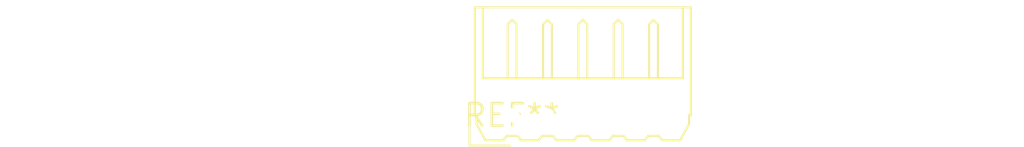
<source format=kicad_pcb>
(kicad_pcb (version 20240108) (generator pcbnew)
  (layers (0 "F.Cu" signal) (31 "B.Cu" signal) (34 "B.Paste" user) (35 "F.Paste" user) (36 "B.SilkS" user "B.Silkscreen") (37 "F.SilkS" user "F.Silkscreen") (38 "B.Mask" user) (39 "F.Mask" user) (44 "Edge.Cuts" user))
  (net 0 "")
  (footprint "Molex_Micro-Latch_53254-0570_1x05_P2.00mm_Horizontal" (layer "F.Cu") (at 0 0)
    (property "Reference" "REF**")
    (property "Value" "Molex_Micro-Latch_53254-0570_1x05_P2.00mm_Horizontal")
    (fp_line (start -2.41 1.71) (end -2.41 -0.59) (layer "F.SilkS") (stroke (width 0.12)))
    (fp_line (start -2.11 -6.11) (end 4 -6.11) (layer "F.SilkS") (stroke (width 0.12)))
    (fp_line (start -2.11 0) (end -2.11 -6.11) (layer "F.SilkS") (stroke (width 0.12)))
    (fp_line (start -2.01 0) (end -2.11 0) (layer "F.SilkS") (stroke (width 0.12)))
    (fp_line (start -2.01 0.5) (end -2.01 0) (layer "F.SilkS") (stroke (width 0.12)))
    (fp_line (start -1.66 -6.11) (end -1.66 -2.1) (layer "F.SilkS") (stroke (width 0.12)))
    (fp_line (start -1.66 -2.1) (end 9.66 -2.1) (layer "F.SilkS") (stroke (width 0.12)))
    (fp_line (start -1.51 1.41) (end -2.01 0.5) (layer "F.SilkS") (stroke (width 0.12)))
    (fp_line (start -0.5 1.41) (end -1.51 1.41) (layer "F.SilkS") (stroke (width 0.12)))
    (fp_line (start -0.3 1.16) (end -0.5 1.41) (layer "F.SilkS") (stroke (width 0.12)))
    (fp_line (start -0.3 1.16) (end 0.3 1.16) (layer "F.SilkS") (stroke (width 0.12)))
    (fp_line (start -0.25 -5.15) (end 0 -5.4) (layer "F.SilkS") (stroke (width 0.12)))
    (fp_line (start -0.25 -2.1) (end -0.25 -5.15) (layer "F.SilkS") (stroke (width 0.12)))
    (fp_line (start -0.11 1.71) (end -2.41 1.71) (layer "F.SilkS") (stroke (width 0.12)))
    (fp_line (start 0 -5.4) (end 0.25 -5.15) (layer "F.SilkS") (stroke (width 0.12)))
    (fp_line (start 0.25 -5.15) (end 0.25 -2.1) (layer "F.SilkS") (stroke (width 0.12)))
    (fp_line (start 0.3 1.16) (end 0.5 1.41) (layer "F.SilkS") (stroke (width 0.12)))
    (fp_line (start 0.5 1.41) (end 1.5 1.41) (layer "F.SilkS") (stroke (width 0.12)))
    (fp_line (start 1.5 1.41) (end 1.7 1.16) (layer "F.SilkS") (stroke (width 0.12)))
    (fp_line (start 1.7 1.16) (end 2.3 1.16) (layer "F.SilkS") (stroke (width 0.12)))
    (fp_line (start 1.75 -5.15) (end 2 -5.4) (layer "F.SilkS") (stroke (width 0.12)))
    (fp_line (start 1.75 -2.1) (end 1.75 -5.15) (layer "F.SilkS") (stroke (width 0.12)))
    (fp_line (start 2 -5.4) (end 2.25 -5.15) (layer "F.SilkS") (stroke (width 0.12)))
    (fp_line (start 2.25 -5.15) (end 2.25 -2.1) (layer "F.SilkS") (stroke (width 0.12)))
    (fp_line (start 2.3 1.16) (end 2.5 1.41) (layer "F.SilkS") (stroke (width 0.12)))
    (fp_line (start 2.5 1.41) (end 3.5 1.41) (layer "F.SilkS") (stroke (width 0.12)))
    (fp_line (start 3.5 1.41) (end 3.7 1.16) (layer "F.SilkS") (stroke (width 0.12)))
    (fp_line (start 3.7 1.16) (end 4.3 1.16) (layer "F.SilkS") (stroke (width 0.12)))
    (fp_line (start 3.75 -5.15) (end 4 -5.4) (layer "F.SilkS") (stroke (width 0.12)))
    (fp_line (start 3.75 -2.1) (end 3.75 -5.15) (layer "F.SilkS") (stroke (width 0.12)))
    (fp_line (start 4 -5.4) (end 4.25 -5.15) (layer "F.SilkS") (stroke (width 0.12)))
    (fp_line (start 4.25 -5.15) (end 4.25 -2.1) (layer "F.SilkS") (stroke (width 0.12)))
    (fp_line (start 4.3 1.16) (end 4.5 1.41) (layer "F.SilkS") (stroke (width 0.12)))
    (fp_line (start 4.5 1.41) (end 5.5 1.41) (layer "F.SilkS") (stroke (width 0.12)))
    (fp_line (start 5.5 1.41) (end 5.7 1.16) (layer "F.SilkS") (stroke (width 0.12)))
    (fp_line (start 5.7 1.16) (end 6.3 1.16) (layer "F.SilkS") (stroke (width 0.12)))
    (fp_line (start 5.75 -5.15) (end 6 -5.4) (layer "F.SilkS") (stroke (width 0.12)))
    (fp_line (start 5.75 -2.1) (end 5.75 -5.15) (layer "F.SilkS") (stroke (width 0.12)))
    (fp_line (start 6 -5.4) (end 6.25 -5.15) (layer "F.SilkS") (stroke (width 0.12)))
    (fp_line (start 6.25 -5.15) (end 6.25 -2.1) (layer "F.SilkS") (stroke (width 0.12)))
    (fp_line (start 6.3 1.16) (end 6.5 1.41) (layer "F.SilkS") (stroke (width 0.12)))
    (fp_line (start 6.5 1.41) (end 7.5 1.41) (layer "F.SilkS") (stroke (width 0.12)))
    (fp_line (start 7.5 1.41) (end 7.7 1.16) (layer "F.SilkS") (stroke (width 0.12)))
    (fp_line (start 7.7 1.16) (end 8.3 1.16) (layer "F.SilkS") (stroke (width 0.12)))
    (fp_line (start 7.75 -5.15) (end 8 -5.4) (layer "F.SilkS") (stroke (width 0.12)))
    (fp_line (start 7.75 -2.1) (end 7.75 -5.15) (layer "F.SilkS") (stroke (width 0.12)))
    (fp_line (start 8 -5.4) (end 8.25 -5.15) (layer "F.SilkS") (stroke (width 0.12)))
    (fp_line (start 8.25 -5.15) (end 8.25 -2.1) (layer "F.SilkS") (stroke (width 0.12)))
    (fp_line (start 8.3 1.16) (end 8.5 1.41) (layer "F.SilkS") (stroke (width 0.12)))
    (fp_line (start 8.5 1.41) (end 9.51 1.41) (layer "F.SilkS") (stroke (width 0.12)))
    (fp_line (start 9.51 1.41) (end 10.01 0.5) (layer "F.SilkS") (stroke (width 0.12)))
    (fp_line (start 9.66 -2.1) (end 9.66 -6.11) (layer "F.SilkS") (stroke (width 0.12)))
    (fp_line (start 10.01 0) (end 10.11 0) (layer "F.SilkS") (stroke (width 0.12)))
    (fp_line (start 10.01 0.5) (end 10.01 0) (layer "F.SilkS") (stroke (width 0.12)))
    (fp_line (start 10.11 -6.11) (end 4 -6.11) (layer "F.SilkS") (stroke (width 0.12)))
    (fp_line (start 10.11 0) (end 10.11 -6.11) (layer "F.SilkS") (stroke (width 0.12)))
    (pad "1" thru_hole roundrect (at 0 0) (size 1.2 1.8) (drill 0.8) (layers *.Cu *.Mask) (remove_unused_layers) (roundrect_rratio 0.208333))
    (pad "2" thru_hole oval (at 2 0) (size 1.2 1.8) (drill 0.8) (layers *.Cu *.Mask) (remove_unused_layers))
    (pad "3" thru_hole oval (at 4 0) (size 1.2 1.8) (drill 0.8) (layers *.Cu *.Mask) (remove_unused_layers))
    (pad "4" thru_hole oval (at 6 0) (size 1.2 1.8) (drill 0.8) (layers *.Cu *.Mask) (remove_unused_layers))
    (pad "5" thru_hole oval (at 8 0) (size 1.2 1.8) (drill 0.8) (layers *.Cu *.Mask) (remove_unused_layers))
  )
)
</source>
